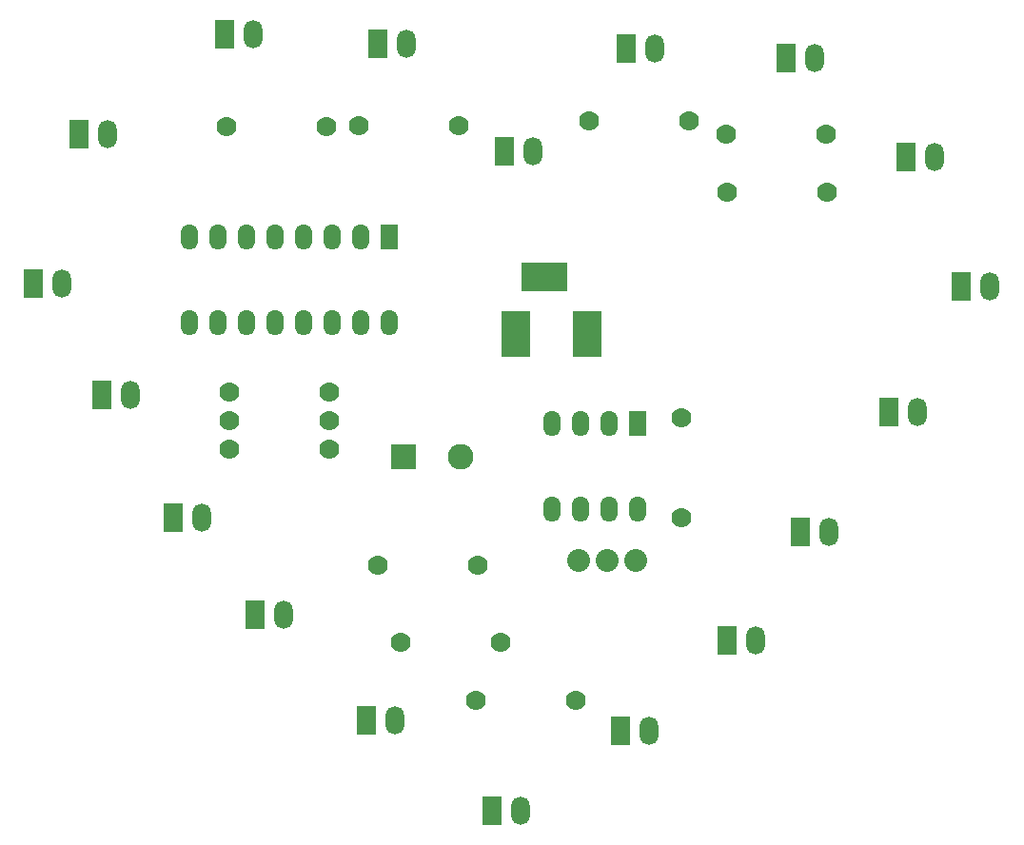
<source format=gtl>
G04*
G04 #@! TF.GenerationSoftware,Altium Limited,Altium Designer,18.0.7 (293)*
G04*
G04 Layer_Physical_Order=1*
G04 Layer_Color=255*
%FSLAX25Y25*%
%MOIN*%
G70*
G01*
G75*
%ADD24C,0.09000*%
%ADD25R,0.09000X0.09000*%
%ADD26O,0.06500X0.10000*%
%ADD27R,0.06500X0.10000*%
%ADD28C,0.07000*%
%ADD29R,0.10000X0.16000*%
%ADD30R,0.16000X0.10000*%
%ADD31R,0.06000X0.09000*%
%ADD32O,0.06000X0.09000*%
%ADD33C,0.08000*%
D24*
X395500Y268000D02*
D03*
D25*
X375500D02*
D03*
D26*
X305000Y246500D02*
D03*
X421000Y375000D02*
D03*
X463500Y411000D02*
D03*
X376500Y412500D02*
D03*
X323000Y416000D02*
D03*
X519500Y407500D02*
D03*
X561500Y373000D02*
D03*
X272000Y381000D02*
D03*
X581000Y327500D02*
D03*
X256000Y328500D02*
D03*
X280000Y289500D02*
D03*
X555500Y283500D02*
D03*
X524500Y241500D02*
D03*
X333500Y212500D02*
D03*
X499000Y203500D02*
D03*
X461500Y172000D02*
D03*
X372500Y175500D02*
D03*
X416500Y144000D02*
D03*
D27*
X295000Y246500D02*
D03*
X411000Y375000D02*
D03*
X453500Y411000D02*
D03*
X366500Y412500D02*
D03*
X313000Y416000D02*
D03*
X509500Y407500D02*
D03*
X551500Y373000D02*
D03*
X262000Y381000D02*
D03*
X571000Y327500D02*
D03*
X246000Y328500D02*
D03*
X270000Y289500D02*
D03*
X545500Y283500D02*
D03*
X514500Y241500D02*
D03*
X323500Y212500D02*
D03*
X489000Y203500D02*
D03*
X451500Y172000D02*
D03*
X362500Y175500D02*
D03*
X406500Y144000D02*
D03*
D28*
X395000Y384000D02*
D03*
X360000D02*
D03*
X440500Y385500D02*
D03*
X475500D02*
D03*
X313500Y383500D02*
D03*
X348500D02*
D03*
X523500Y381000D02*
D03*
X488500D02*
D03*
X473000Y281500D02*
D03*
Y246500D02*
D03*
X524000Y360500D02*
D03*
X489000D02*
D03*
X314500Y290500D02*
D03*
X349500D02*
D03*
X401500Y230000D02*
D03*
X366500D02*
D03*
X314500Y280500D02*
D03*
X349500D02*
D03*
X314500Y270500D02*
D03*
X349500D02*
D03*
X436000Y182500D02*
D03*
X401000D02*
D03*
X409500Y203000D02*
D03*
X374500D02*
D03*
D29*
X415000Y311000D02*
D03*
X440000D02*
D03*
D30*
X425000Y331000D02*
D03*
D31*
X370500Y345000D02*
D03*
X457500Y279500D02*
D03*
D32*
X360500Y345000D02*
D03*
X350500D02*
D03*
X340500D02*
D03*
X330500D02*
D03*
X320500D02*
D03*
X310500D02*
D03*
X300500D02*
D03*
X370500Y315000D02*
D03*
X360500D02*
D03*
X350500D02*
D03*
X340500D02*
D03*
X330500D02*
D03*
X320500D02*
D03*
X310500D02*
D03*
X300500D02*
D03*
X447500Y279500D02*
D03*
X437500D02*
D03*
X427500D02*
D03*
X457500Y249500D02*
D03*
X447500D02*
D03*
X437500D02*
D03*
X427500D02*
D03*
D33*
X437000Y231500D02*
D03*
X457000D02*
D03*
X447000D02*
D03*
M02*

</source>
